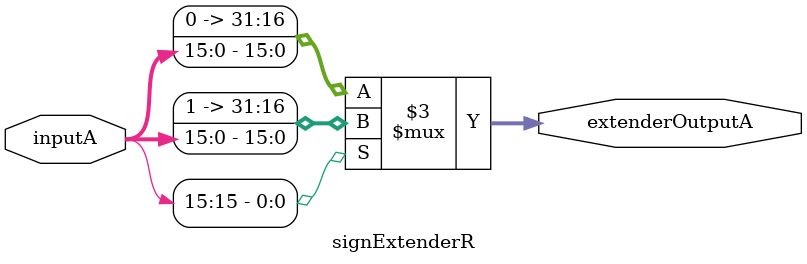
<source format=v>
module signExtenderR (inputA, extenderOutputA);
  input [15:0] inputA;  //Extensão de entradas de 16 bits.
  output reg [31:0] extenderOutputA;

  always @ ( * ) begin //Multiplexador usado para avaliar que tipo de extensão o "signExtender" deve fazer.
  //Caso a seleção seja "00" ele completa uma entrada de 16 bits. Instrucao r.
        extenderOutputA = inputA;
        if(inputA[15]) begin
          extenderOutputA = {{16{1'b1}}, inputA};
          end
        else begin
          extenderOutputA = {{16{1'b0}}, inputA};
		  end
  end

endmodule // Extensor de bits.

</source>
